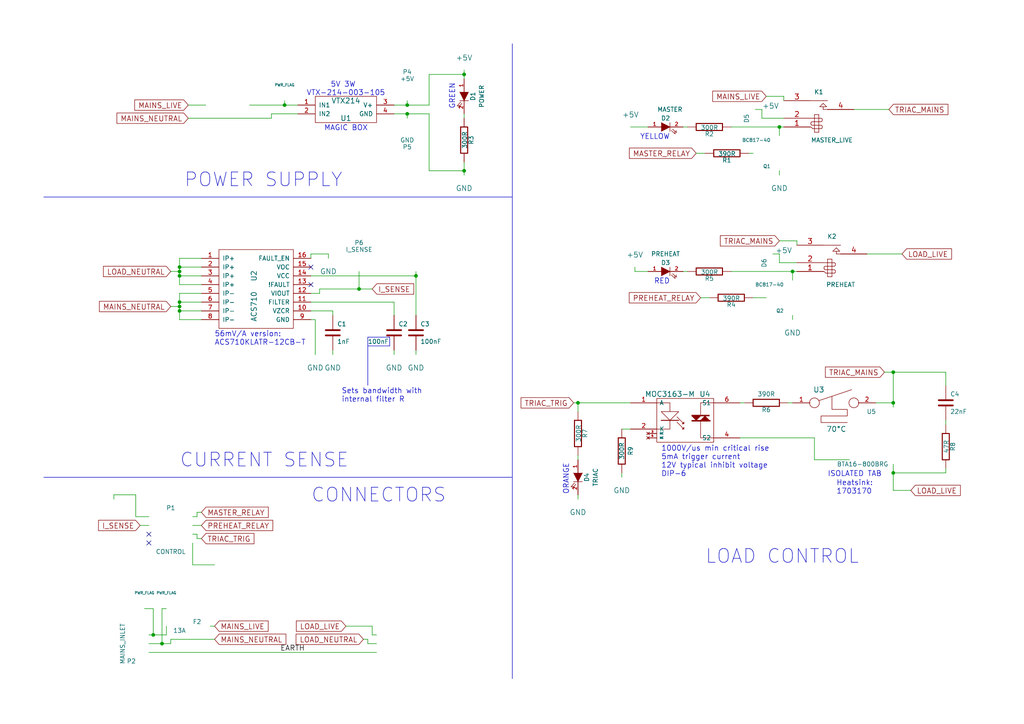
<source format=kicad_sch>
(kicad_sch (version 20230121) (generator eeschema)
  (paper "A4")
  (title_block (title "Supervide Power Board"))
  (lib_symbols
    (symbol "acs710:ACS710" (pin_names (offset 1.016))
      (property "Reference" "U" (at -1.27 5.08 90))
      (property "Value" "ACS710" (at -1.27 -3.81 90))
      (symbol "ACS710_0_1"
        (rectangle (start -10.16 11.43) (end 11.43 -11.43))
      )
      (symbol "ACS710_1_1"
        (pin passive line (at -15.24 8.89 0) (length 5.08) (name "IP+") (number "1"))
        (pin output line (at 16.51 -6.35 180) (length 5.08) (name "VZCR") (number "10"))
        (pin output line (at 16.51 -3.81 180) (length 5.08) (name "FILTER") (number "11"))
        (pin output line (at 16.51 -1.27 180) (length 5.08) (name "VIOUT") (number "12"))
        (pin output line (at 16.51 1.27 180) (length 5.08) (name "!FAULT") (number "13"))
        (pin power_in line (at 16.51 3.81 180) (length 5.08) (name "VCC") (number "14"))
        (pin input line (at 16.51 6.35 180) (length 5.08) (name "VOC") (number "15"))
        (pin input line (at 16.51 8.89 180) (length 5.08) (name "FAULT_EN") (number "16"))
        (pin passive line (at -15.24 6.35 0) (length 5.08) (name "IP+") (number "2"))
        (pin passive line (at -15.24 3.81 0) (length 5.08) (name "IP+") (number "3"))
        (pin passive line (at -15.24 1.27 0) (length 5.08) (name "IP+") (number "4"))
        (pin passive line (at -15.24 -1.27 0) (length 5.08) (name "IP-") (number "5"))
        (pin passive line (at -15.24 -3.81 0) (length 5.08) (name "IP-") (number "6"))
        (pin passive line (at -15.24 -6.35 0) (length 5.08) (name "IP-") (number "7"))
        (pin passive line (at -15.24 -8.89 0) (length 5.08) (name "IP-") (number "8"))
        (pin power_in line (at 16.51 -8.89 180) (length 5.08) (name "GND") (number "9"))
      )
    )
    (symbol "power-rescue:C-RESCUE-power" (pin_numbers hide) (pin_names (offset 0.254))
      (property "Reference" "C" (at 1.27 2.54 0))
      (property "Value" "C-RESCUE-power" (at 1.27 -2.54 0))
      (symbol "C-RESCUE-power_0_1"
        (polyline (pts (xy -2.032 -0.762) (xy 2.032 -0.762)) (stroke (width 0.508)))
        (polyline (pts (xy -2.032 0.762) (xy 2.032 0.762)) (stroke (width 0.508)))
      )
      (symbol "C-RESCUE-power_1_1"
        (pin passive line (at 0 5.08 270) (length 4.318) (name "~") (number "1"))
        (pin passive line (at 0 -5.08 90) (length 4.318) (name "~") (number "2"))
      )
    )
    (symbol "power-rescue:LED-RESCUE-power" (pin_names (offset 1.016) hide)
      (property "Reference" "D" (at 0 2.54 0))
      (property "Value" "LED-RESCUE-power" (at 0 -2.54 0))
      (symbol "LED-RESCUE-power_0_1"
        (polyline (pts (xy 1.27 1.27) (xy 1.27 -1.27)))
        (polyline (pts (xy -1.27 1.27) (xy 1.27 0) (xy -1.27 -1.27)) (fill (type outline)))
        (polyline (pts (xy 1.651 -1.016) (xy 2.794 -2.032) (xy 2.667 -1.397)))
        (polyline (pts (xy 2.032 -0.635) (xy 3.175 -1.651) (xy 3.048 -1.016)))
      )
      (symbol "LED-RESCUE-power_1_1"
        (pin passive line (at -5.08 0 0) (length 3.81) (name "A") (number "1"))
        (pin passive line (at 5.08 0 180) (length 3.81) (name "K") (number "2"))
      )
    )
    (symbol "power-rescue:OPTO-TRIAC-RESCUE-power" (pin_names (offset 0.762))
      (property "Reference" "U" (at 5.08 7.62 0))
      (property "Value" "OPTO-TRIAC-RESCUE-power" (at 2.54 -7.62 0))
      (symbol "OPTO-TRIAC-RESCUE-power_0_1"
        (rectangle (start -8.89 6.35) (end 7.62 -6.35))
        (polyline (pts (xy -7.62 0) (xy -2.54 0)) (stroke (width 0.254)))
        (polyline (pts (xy -8.89 -2.54) (xy -7.62 -2.54) (xy -7.62 -2.54)))
        (polyline (pts (xy -7.62 5.08) (xy -8.89 5.08) (xy -8.89 5.08)))
        (polyline (pts (xy -1.524 -1.016) (xy -1.016 -0.508) (xy -1.016 -0.508)))
        (polyline (pts (xy 6.35 5.08) (xy 7.62 5.08) (xy 7.62 5.08)))
        (polyline (pts (xy 7.62 -5.08) (xy 6.35 -5.08) (xy 6.35 -5.08)))
        (polyline (pts (xy -5.08 0) (xy -5.08 -2.54) (xy -7.62 -2.54) (xy -7.62 -2.54)))
        (polyline (pts (xy 3.81 -0.254) (xy 3.81 -5.08) (xy 6.35 -5.08) (xy 6.35 -5.08)))
        (polyline (pts (xy 3.81 1.524) (xy 3.81 5.08) (xy 6.35 5.08) (xy 6.35 5.08)))
        (polyline (pts (xy 1.27 1.27) (xy 2.54 0) (xy 3.81 1.27) (xy 1.27 1.27) (xy 1.27 1.27)) (fill (type outline)))
        (polyline (pts (xy 3.81 0) (xy 6.35 0) (xy 5.08 1.27) (xy 3.81 0) (xy 3.81 0)) (fill (type outline)))
        (polyline (pts (xy -3.048 1.016) (xy -1.016 -1.016) (xy -1.016 -0.508) (xy -1.016 -1.016) (xy -1.524 -1.016) (xy -1.524 -1.016)))
        (polyline (pts (xy -3.048 -0.508) (xy -1.016 -2.54) (xy -1.016 -2.032) (xy -1.016 -2.54) (xy -1.524 -2.54) (xy -1.016 -2.032) (xy -1.016 -2.032)))
        (polyline (pts (xy -7.62 5.08) (xy -5.08 5.08) (xy -5.08 2.54) (xy -7.62 2.54) (xy -5.08 0) (xy -2.54 2.54) (xy -5.08 2.54) (xy -5.08 2.54)))
        (rectangle (start 1.27 0) (end 6.604 -0.254) (fill (type outline)))
        (rectangle (start 6.35 1.27) (end 1.27 1.524) (fill (type outline)))
      )
      (symbol "OPTO-TRIAC-RESCUE-power_1_1"
        (pin input line (at -16.51 5.08 0) (length 7.62) (name "A") (number "1"))
        (pin input line (at -16.51 -2.54 0) (length 7.62) (name "K") (number "2"))
        (pin no_connect line (at -11.43 -3.81 0) (length 2.54) (name "NC") (number "3"))
        (pin output line (at 15.24 -5.08 180) (length 7.62) (name "S2") (number "4"))
        (pin no_connect line (at -11.43 -5.08 0) (length 2.54) (name "NC") (number "5"))
        (pin input line (at 15.24 5.08 180) (length 7.62) (name "S1") (number "6"))
      )
    )
    (symbol "power-rescue:R-RESCUE-power" (pin_numbers hide) (pin_names (offset 0))
      (property "Reference" "R" (at 2.032 0 90))
      (property "Value" "R-RESCUE-power" (at 0.1778 0.0254 90))
      (symbol "R-RESCUE-power_0_1"
        (rectangle (start -1.016 3.81) (end 1.016 -3.81) (stroke (width 0.3048)))
      )
      (symbol "R-RESCUE-power_1_1"
        (pin passive line (at 0 6.35 270) (length 2.54) (name "~") (number "1"))
        (pin passive line (at 0 -6.35 90) (length 2.54) (name "~") (number "2"))
      )
    )
    (symbol "relay_spst:RELAY_SPST" (pin_names (offset 1.016) hide)
      (property "Reference" "K" (at 0 7.62 0))
      (property "Value" "RELAY_SPST" (at 3.81 -6.35 0))
      (symbol "RELAY_SPST_0_1"
        (polyline (pts (xy -2.54 -2.54) (xy -2.286 -2.54)))
        (polyline (pts (xy -2.54 0) (xy -1.27 0)))
        (polyline (pts (xy -2.54 5.08) (xy 1.27 5.08)))
        (polyline (pts (xy -2.286 -2.54) (xy -1.778 -3.0226)))
        (polyline (pts (xy -2.286 -1.7526) (xy -2.286 -1.27)))
        (polyline (pts (xy -2.032 -2.032) (xy -2.286 -1.7526)))
        (polyline (pts (xy -2.032 -1.016) (xy -2.286 -1.27)))
        (polyline (pts (xy -1.778 -3.0226) (xy -1.27 -3.0226)))
        (polyline (pts (xy -1.27 -4.064) (xy -1.27 1.0414)))
        (polyline (pts (xy -1.27 -2.032) (xy -2.032 -2.032)))
        (polyline (pts (xy -1.27 -2.032) (xy 0 -2.032)))
        (polyline (pts (xy -1.27 -1.016) (xy -2.032 -1.016)))
        (polyline (pts (xy -1.27 0) (xy 0 0)))
        (polyline (pts (xy -1.27 1.0414) (xy 0 1.0414)))
        (polyline (pts (xy 0 -4.064) (xy -1.27 -4.064)))
        (polyline (pts (xy 0 -3.0226) (xy -1.27 -3.0226)))
        (polyline (pts (xy 0 -3.0226) (xy 0.7366 -3.0226)))
        (polyline (pts (xy 0 -2.032) (xy 0.7366 -2.032)))
        (polyline (pts (xy 0 -1.016) (xy -1.27 -1.016)))
        (polyline (pts (xy 0 -1.016) (xy 0.7366 -1.016)))
        (polyline (pts (xy 0 0) (xy 0.7366 0)))
        (polyline (pts (xy 0 1.0414) (xy 0 -4.064)))
        (polyline (pts (xy 0.254 3.3274) (xy 2.2606 3.3274)))
        (polyline (pts (xy 0.7366 -3.0226) (xy 0.9906 -2.794)))
        (polyline (pts (xy 0.7366 -2.032) (xy 0.9906 -2.286)))
        (polyline (pts (xy 0.7366 -1.016) (xy 0.9906 -0.762)))
        (polyline (pts (xy 0.7366 0) (xy 0.9906 -0.2286)))
        (polyline (pts (xy 0.9906 -2.794) (xy 0.9906 -2.286)))
        (polyline (pts (xy 0.9906 -0.2286) (xy 0.9906 -0.762)))
        (polyline (pts (xy 1.27 2.54) (xy 1.27 3.048)))
        (polyline (pts (xy 1.27 3.048) (xy 1.27 3.3274)))
        (polyline (pts (xy 1.27 4.318) (xy 0.254 3.3274)))
        (polyline (pts (xy 1.27 5.08) (xy 2.54 5.08)))
        (polyline (pts (xy 2.2606 3.3274) (xy 1.27 4.318)))
        (polyline (pts (xy 2.54 2.54) (xy 1.27 2.54)))
      )
      (symbol "RELAY_SPST_1_1"
        (pin input line (at -10.16 -2.54 0) (length 7.62) (name "1") (number "1"))
        (pin input line (at -10.16 0 0) (length 7.62) (name "2") (number "2"))
        (pin passive line (at -10.16 5.08 0) (length 7.62) (name "C1") (number "3"))
        (pin passive line (at 10.16 2.54 180) (length 7.62) (name "T1") (number "4"))
      )
    )
    (symbol "thermal_switch:thermal_switch" (pin_names (offset 1.016))
      (property "Reference" "U" (at -0.635 8.255 0))
      (property "Value" "thermal_switch" (at 1.27 5.715 0))
      (symbol "thermal_switch_0_1"
        (circle (center -5.08 0) (radius 1.4224))
        (polyline (pts (xy -3.81 0.635) (xy 5.715 3.81)))
        (polyline (pts (xy 0 1.905) (xy 0 -1.905) (xy 4.445 -1.905) (xy 4.445 -3.81) (xy -3.175 -3.81) (xy -3.175 -5.715) (xy 4.445 -5.715)))
        (circle (center 6.35 0) (radius 1.4224))
      )
      (symbol "thermal_switch_1_1"
        (pin passive line (at -11.43 0 0) (length 5.08) (name "~") (number "1"))
        (pin passive line (at 12.7 0 180) (length 5.08) (name "~") (number "2"))
      )
    )
    (symbol "vtx214:VTX214" (pin_names (offset 1.016))
      (property "Reference" "U" (at 0 -2.54 0))
      (property "Value" "VTX214" (at 0 2.54 0))
      (symbol "VTX214_0_1"
        (rectangle (start -8.89 3.81) (end 8.89 -3.81))
      )
      (symbol "VTX214_1_1"
        (pin input line (at -13.97 1.27 0) (length 5.08) (name "IN1") (number "1"))
        (pin input line (at -13.97 -1.27 0) (length 5.08) (name "IN2") (number "2"))
        (pin power_out line (at 13.97 1.27 180) (length 5.08) (name "V+") (number "3"))
        (pin power_out line (at 13.97 -1.27 180) (length 5.08) (name "GND") (number "4"))
      )
    )
  )
  (junction (at 44.45 184.15))
  (junction (at 226.06 36.83))
  (junction (at 229.87 78.74))
  (junction (at 52.07 78.74))
  (junction (at 52.07 90.17))
  (junction (at 259.08 116.84))
  (junction (at 118.11 30.48))
  (junction (at 82.55 30.48))
  (junction (at 259.08 107.95))
  (junction (at 118.11 33.02))
  (junction (at 52.07 80.01))
  (junction (at 134.62 21.59))
  (junction (at 46.99 186.69))
  (junction (at 52.07 87.63))
  (junction (at 120.65 80.01))
  (junction (at 52.07 88.9))
  (junction (at 259.08 137.16))
  (junction (at 104.14 83.82))
  (junction (at 134.62 49.53))
  (junction (at 167.64 116.84))
  (junction (at 52.07 77.47))
  (no_connect (at 43.18 157.48))
  (no_connect (at 90.17 82.55))
  (no_connect (at 43.18 154.94))
  (no_connect (at 90.17 77.47))
  (wire (pts (xy 82.55 30.48) (xy 86.36 30.48)))
  (wire (pts (xy 124.46 30.48) (xy 124.46 21.59)))
  (wire (pts (xy 52.07 85.09) (xy 52.07 87.63)))
  (wire (pts (xy 96.52 101.6) (xy 96.52 102.87)))
  (wire (pts (xy 40.64 152.4) (xy 43.18 152.4)))
  (wire (pts (xy 43.18 184.15) (xy 44.45 184.15)))
  (wire (pts (xy 52.07 88.9) (xy 52.07 90.17)))
  (wire (pts (xy 120.65 78.74) (xy 120.65 80.01)))
  (wire (pts (xy 229.87 116.84) (xy 228.6 116.84)))
  (wire (pts (xy 57.15 149.86) (xy 57.15 148.59)))
  (wire (pts (xy 226.06 36.83) (xy 227.33 36.83)))
  (wire (pts (xy 52.07 80.01) (xy 58.42 80.01)))
  (wire (pts (xy 58.42 90.17) (xy 52.07 90.17)))
  (wire (pts (xy 226.06 76.2) (xy 231.14 76.2)))
  (wire (pts (xy 78.74 34.29) (xy 78.74 33.02)))
  (polyline (pts (xy 106.68 97.79) (xy 113.03 97.79)))
  (wire (pts (xy 52.07 87.63) (xy 58.42 87.63)))
  (wire (pts (xy 52.07 77.47) (xy 58.42 77.47)))
  (wire (pts (xy 104.14 78.74) (xy 104.14 83.82)))
  (wire (pts (xy 90.17 85.09) (xy 92.71 85.09)))
  (wire (pts (xy 167.64 116.84) (xy 167.64 119.38)))
  (wire (pts (xy 55.88 149.86) (xy 57.15 149.86)))
  (wire (pts (xy 90.17 90.17) (xy 96.52 90.17)))
  (wire (pts (xy 52.07 78.74) (xy 52.07 80.01)))
  (wire (pts (xy 96.52 90.17) (xy 96.52 91.44)))
  (wire (pts (xy 104.14 83.82) (xy 107.95 83.82)))
  (wire (pts (xy 120.65 101.6) (xy 120.65 102.87)))
  (wire (pts (xy 118.11 29.21) (xy 118.11 30.48)))
  (wire (pts (xy 167.64 116.84) (xy 182.88 116.84)))
  (wire (pts (xy 259.08 134.62) (xy 259.08 137.16)))
  (wire (pts (xy 259.08 107.95) (xy 259.08 116.84)))
  (wire (pts (xy 48.26 184.15) (xy 48.26 181.61)))
  (wire (pts (xy 78.74 33.02) (xy 86.36 33.02)))
  (wire (pts (xy 124.46 49.53) (xy 134.62 49.53)))
  (wire (pts (xy 106.68 185.42) (xy 106.68 186.69)))
  (wire (pts (xy 114.3 30.48) (xy 118.11 30.48)))
  (wire (pts (xy 254 116.84) (xy 259.08 116.84)))
  (wire (pts (xy 214.63 127) (xy 236.22 127)))
  (wire (pts (xy 54.61 34.29) (xy 78.74 34.29)))
  (wire (pts (xy 274.32 107.95) (xy 274.32 111.76)))
  (wire (pts (xy 44.45 176.53) (xy 44.45 184.15)))
  (wire (pts (xy 182.88 124.46) (xy 180.34 124.46)))
  (wire (pts (xy 82.55 30.48) (xy 82.55 29.21)))
  (wire (pts (xy 220.98 31.75) (xy 220.98 34.29)))
  (wire (pts (xy 52.07 85.09) (xy 58.42 85.09)))
  (wire (pts (xy 251.46 73.66) (xy 261.62 73.66)))
  (wire (pts (xy 52.07 88.9) (xy 49.53 88.9)))
  (wire (pts (xy 229.87 91.44) (xy 229.87 92.71)))
  (wire (pts (xy 227.33 27.94) (xy 227.33 29.21)))
  (wire (pts (xy 167.64 132.08) (xy 167.64 133.35)))
  (wire (pts (xy 226.06 69.85) (xy 231.14 69.85)))
  (wire (pts (xy 54.61 30.48) (xy 59.69 30.48)))
  (wire (pts (xy 52.07 80.01) (xy 52.07 82.55)))
  (wire (pts (xy 90.17 74.93) (xy 90.17 73.66)))
  (polyline (pts (xy 148.59 138.43) (xy 12.7 138.43)))
  (wire (pts (xy 236.22 127) (xy 236.22 133.35)))
  (wire (pts (xy 274.32 137.16) (xy 274.32 135.89)))
  (wire (pts (xy 134.62 49.53) (xy 134.62 50.8)))
  (polyline (pts (xy 113.03 100.33) (xy 106.68 100.33)))
  (wire (pts (xy 259.08 142.24) (xy 264.16 142.24)))
  (wire (pts (xy 229.87 78.74) (xy 229.87 81.28)))
  (wire (pts (xy 236.22 133.35) (xy 246.38 133.35)))
  (wire (pts (xy 57.15 148.59) (xy 58.42 148.59)))
  (wire (pts (xy 219.075 31.75) (xy 220.98 31.75)))
  (wire (pts (xy 118.11 33.02) (xy 124.46 33.02)))
  (wire (pts (xy 259.08 107.95) (xy 274.32 107.95)))
  (wire (pts (xy 180.34 137.16) (xy 180.34 138.43)))
  (wire (pts (xy 198.12 36.83) (xy 199.39 36.83)))
  (wire (pts (xy 184.15 77.47) (xy 184.15 78.74)))
  (wire (pts (xy 218.44 86.36) (xy 222.25 86.36)))
  (wire (pts (xy 226.06 73.66) (xy 226.06 76.2)))
  (wire (pts (xy 203.2 86.36) (xy 205.74 86.36)))
  (wire (pts (xy 259.08 137.16) (xy 259.08 142.24)))
  (wire (pts (xy 226.06 36.83) (xy 226.06 39.37)))
  (wire (pts (xy 92.71 83.82) (xy 104.14 83.82)))
  (wire (pts (xy 222.25 27.94) (xy 227.33 27.94)))
  (wire (pts (xy 247.65 31.75) (xy 257.81 31.75)))
  (wire (pts (xy 134.62 20.32) (xy 134.62 21.59)))
  (polyline (pts (xy 106.68 97.79) (xy 106.68 111.76)))
  (wire (pts (xy 90.17 87.63) (xy 114.3 87.63)))
  (wire (pts (xy 52.07 74.93) (xy 52.07 77.47)))
  (wire (pts (xy 217.17 44.45) (xy 218.44 44.45)))
  (wire (pts (xy 52.07 77.47) (xy 52.07 78.74)))
  (wire (pts (xy 100.33 181.61) (xy 107.95 181.61)))
  (wire (pts (xy 118.11 34.29) (xy 118.11 33.02)))
  (wire (pts (xy 43.18 189.23) (xy 109.22 189.23)))
  (wire (pts (xy 33.02 143.51) (xy 33.02 144.78)))
  (wire (pts (xy 46.99 176.53) (xy 46.99 186.69)))
  (wire (pts (xy 231.14 69.85) (xy 231.14 71.12)))
  (wire (pts (xy 55.88 154.94) (xy 57.15 154.94)))
  (wire (pts (xy 198.12 78.74) (xy 199.39 78.74)))
  (wire (pts (xy 39.37 143.51) (xy 39.37 149.86)))
  (wire (pts (xy 107.95 181.61) (xy 107.95 184.15)))
  (wire (pts (xy 105.41 185.42) (xy 106.68 185.42)))
  (wire (pts (xy 220.98 34.29) (xy 227.33 34.29)))
  (wire (pts (xy 259.08 137.16) (xy 274.32 137.16)))
  (wire (pts (xy 259.08 116.84) (xy 259.08 118.11)))
  (wire (pts (xy 134.62 46.99) (xy 134.62 49.53)))
  (wire (pts (xy 182.88 36.83) (xy 187.96 36.83)))
  (wire (pts (xy 43.18 186.69) (xy 46.99 186.69)))
  (wire (pts (xy 167.64 143.51) (xy 167.64 144.78)))
  (wire (pts (xy 72.39 30.48) (xy 82.55 30.48)))
  (wire (pts (xy 134.62 21.59) (xy 134.62 22.86)))
  (wire (pts (xy 120.65 80.01) (xy 90.17 80.01)))
  (wire (pts (xy 118.11 30.48) (xy 124.46 30.48)))
  (wire (pts (xy 49.53 186.69) (xy 49.53 185.42)))
  (wire (pts (xy 60.96 181.61) (xy 62.23 181.61)))
  (wire (pts (xy 106.68 186.69) (xy 109.22 186.69)))
  (wire (pts (xy 229.87 78.74) (xy 231.14 78.74)))
  (wire (pts (xy 41.91 176.53) (xy 44.45 176.53)))
  (wire (pts (xy 52.07 74.93) (xy 58.42 74.93)))
  (wire (pts (xy 212.09 78.74) (xy 229.87 78.74)))
  (wire (pts (xy 124.46 33.02) (xy 124.46 49.53)))
  (wire (pts (xy 212.09 36.83) (xy 226.06 36.83)))
  (wire (pts (xy 91.44 92.71) (xy 91.44 102.87)))
  (wire (pts (xy 90.17 73.66) (xy 95.25 73.66)))
  (wire (pts (xy 52.07 92.71) (xy 58.42 92.71)))
  (wire (pts (xy 226.06 50.8) (xy 226.06 49.53)))
  (wire (pts (xy 256.54 107.95) (xy 259.08 107.95)))
  (polyline (pts (xy 148.59 196.85) (xy 148.59 12.7)))
  (wire (pts (xy 48.26 176.53) (xy 46.99 176.53)))
  (wire (pts (xy 114.3 87.63) (xy 114.3 91.44)))
  (wire (pts (xy 114.3 33.02) (xy 118.11 33.02)))
  (wire (pts (xy 52.07 78.74) (xy 49.53 78.74)))
  (polyline (pts (xy 113.03 97.79) (xy 113.03 100.33)))
  (wire (pts (xy 57.15 156.21) (xy 58.42 156.21)))
  (wire (pts (xy 39.37 143.51) (xy 33.02 143.51)))
  (wire (pts (xy 166.37 116.84) (xy 167.64 116.84)))
  (wire (pts (xy 95.25 73.66) (xy 95.25 74.93)))
  (wire (pts (xy 134.62 33.02) (xy 134.62 34.29)))
  (wire (pts (xy 46.99 186.69) (xy 49.53 186.69)))
  (wire (pts (xy 184.15 78.74) (xy 187.96 78.74)))
  (wire (pts (xy 107.95 184.15) (xy 109.22 184.15)))
  (wire (pts (xy 92.71 85.09) (xy 92.71 83.82)))
  (wire (pts (xy 52.07 87.63) (xy 52.07 88.9)))
  (wire (pts (xy 120.65 80.01) (xy 120.65 91.44)))
  (wire (pts (xy 52.07 90.17) (xy 52.07 92.71)))
  (wire (pts (xy 114.3 102.87) (xy 114.3 101.6)))
  (polyline (pts (xy 148.59 57.15) (xy 12.7 57.15)))
  (wire (pts (xy 55.88 163.83) (xy 62.23 163.83)))
  (wire (pts (xy 55.88 157.48) (xy 55.88 163.83)))
  (wire (pts (xy 52.07 82.55) (xy 58.42 82.55)))
  (wire (pts (xy 201.93 44.45) (xy 204.47 44.45)))
  (wire (pts (xy 55.88 152.4) (xy 58.42 152.4)))
  (wire (pts (xy 49.53 185.42) (xy 62.23 185.42)))
  (wire (pts (xy 90.17 92.71) (xy 91.44 92.71)))
  (wire (pts (xy 224.155 73.66) (xy 226.06 73.66)))
  (wire (pts (xy 214.63 116.84) (xy 215.9 116.84)))
  (wire (pts (xy 124.46 21.59) (xy 134.62 21.59)))
  (wire (pts (xy 57.15 154.94) (xy 57.15 156.21)))
  (wire (pts (xy 44.45 184.15) (xy 48.26 184.15)))
  (wire (pts (xy 274.32 121.92) (xy 274.32 123.19)))
  (wire (pts (xy 39.37 149.86) (xy 43.18 149.86)))
  (text "CONNECTORS" (at 90.17 146.05 0) (effects (font (size 3.9878 3.9878)) (justify left bottom)))
  (text "ISOLATED TAB" (at 240.03 138.43 0) (effects (font (size 1.524 1.524)) (justify left bottom)))
  (text "MAGIC BOX" (at 93.98 38.1 0) (effects (font (size 1.524 1.524)) (justify left bottom)))
  (text "CURRENT SENSE" (at 52.07 135.89 0) (effects (font (size 3.9878 3.9878)) (justify left bottom)))
  (text "RED" (at 194.31 82.55 0) (effects (font (size 1.524 1.524)) (justify right bottom)))
  (text "LOAD CONTROL" (at 204.47 163.83 0) (effects (font (size 3.9878 3.9878)) (justify left bottom)))
  (text "POWER SUPPLY" (at 53.34 54.61 0) (effects (font (size 3.9878 3.9878)) (justify left bottom)))
  (text "YELLOW" (at 194.31 40.64 0) (effects (font (size 1.524 1.524)) (justify right bottom)))
  (text "ORANGE" (at 165.1 143.51 90) (effects (font (size 1.524 1.524)) (justify left bottom)))
  (text "Sets bandwidth with\ninternal filter R" (at 99.06 116.84 0) (effects (font (size 1.524 1.524)) (justify left bottom)))
  (text "Heatsink:\n1703170" (at 242.57 143.51 0) (effects (font (size 1.524 1.524)) (justify left bottom)))
  (text "      5V 3W\nVTX-214-003-105" (at 88.9 27.94 0) (effects (font (size 1.524 1.524)) (justify left bottom)))
  (text "1000V/us min critical rise\n5mA trigger current\n12V typical inhibit voltage\nDIP-6" (at 191.77 138.43 0) (effects (font (size 1.524 1.524)) (justify left bottom)))
  (text "56mV/A version:\nACS710KLATR-12CB-T" (at 62.23 100.33 0) (effects (font (size 1.524 1.524)) (justify left bottom)))
  (text "GREEN" (at 132.08 31.75 90) (effects (font (size 1.524 1.524)) (justify left bottom)))
  (label "EARTH" (at 81.28 189.23 0) (effects (font (size 1.524 1.524))))
  (global_label "MAINS_NEUTRAL" (shape input) (at 49.53 88.9 180) (effects (font (size 1.524 1.524))) (property "Intersheetrefs" "${INTERSHEET_REFS}" (effects hide)))
  (global_label "MASTER_RELAY" (shape input) (at 201.93 44.45 180) (effects (font (size 1.524 1.524))) (property "Intersheetrefs" "${INTERSHEET_REFS}" (effects hide)))
  (global_label "LOAD_LIVE" (shape input) (at 264.16 142.24 0) (effects (font (size 1.524 1.524))) (property "Intersheetrefs" "${INTERSHEET_REFS}" (effects hide)))
  (global_label "LOAD_LIVE" (shape input) (at 100.33 181.61 180) (effects (font (size 1.524 1.524))) (property "Intersheetrefs" "${INTERSHEET_REFS}" (effects hide)))
  (global_label "TRIAC_TRIG" (shape input) (at 166.37 116.84 180) (effects (font (size 1.524 1.524))) (property "Intersheetrefs" "${INTERSHEET_REFS}" (effects hide)))
  (global_label "LOAD_LIVE" (shape input) (at 261.62 73.66 0) (effects (font (size 1.524 1.524))) (property "Intersheetrefs" "${INTERSHEET_REFS}" (effects hide)))
  (global_label "MASTER_RELAY" (shape input) (at 58.42 148.59 0) (effects (font (size 1.524 1.524))) (property "Intersheetrefs" "${INTERSHEET_REFS}" (effects hide)))
  (global_label "TRIAC_MAINS" (shape input) (at 256.54 107.95 180) (effects (font (size 1.524 1.524))) (property "Intersheetrefs" "${INTERSHEET_REFS}" (effects hide)))
  (global_label "I_SENSE" (shape input) (at 107.95 83.82 0) (effects (font (size 1.524 1.524))) (property "Intersheetrefs" "${INTERSHEET_REFS}" (effects hide)))
  (global_label "LOAD_NEUTRAL" (shape input) (at 49.53 78.74 180) (effects (font (size 1.524 1.524))) (property "Intersheetrefs" "${INTERSHEET_REFS}" (effects hide)))
  (global_label "PREHEAT_RELAY" (shape input) (at 203.2 86.36 180) (effects (font (size 1.524 1.524))) (property "Intersheetrefs" "${INTERSHEET_REFS}" (effects hide)))
  (global_label "MAINS_LIVE" (shape input) (at 222.25 27.94 180) (effects (font (size 1.524 1.524))) (property "Intersheetrefs" "${INTERSHEET_REFS}" (effects hide)))
  (global_label "MAINS_NEUTRAL" (shape input) (at 62.23 185.42 0) (effects (font (size 1.524 1.524))) (property "Intersheetrefs" "${INTERSHEET_REFS}" (effects hide)))
  (global_label "I_SENSE" (shape input) (at 40.64 152.4 180) (effects (font (size 1.524 1.524))) (property "Intersheetrefs" "${INTERSHEET_REFS}" (effects hide)))
  (global_label "PREHEAT_RELAY" (shape input) (at 58.42 152.4 0) (effects (font (size 1.524 1.524))) (property "Intersheetrefs" "${INTERSHEET_REFS}" (effects hide)))
  (global_label "TRIAC_MAINS" (shape input) (at 226.06 69.85 180) (effects (font (size 1.524 1.524))) (property "Intersheetrefs" "${INTERSHEET_REFS}" (effects hide)))
  (global_label "MAINS_LIVE" (shape input) (at 54.61 30.48 180) (effects (font (size 1.524 1.524))) (property "Intersheetrefs" "${INTERSHEET_REFS}" (effects hide)))
  (global_label "MAINS_NEUTRAL" (shape input) (at 54.61 34.29 180) (effects (font (size 1.524 1.524))) (property "Intersheetrefs" "${INTERSHEET_REFS}" (effects hide)))
  (global_label "MAINS_LIVE" (shape input) (at 62.23 181.61 0) (effects (font (size 1.524 1.524))) (property "Intersheetrefs" "${INTERSHEET_REFS}" (effects hide)))
  (global_label "TRIAC_MAINS" (shape input) (at 257.81 31.75 0) (effects (font (size 1.524 1.524))) (property "Intersheetrefs" "${INTERSHEET_REFS}" (effects hide)))
  (global_label "TRIAC_TRIG" (shape input) (at 58.42 156.21 0) (effects (font (size 1.524 1.524))) (property "Intersheetrefs" "${INTERSHEET_REFS}" (effects hide)))
  (global_label "LOAD_NEUTRAL" (shape input) (at 105.41 185.42 180) (effects (font (size 1.524 1.524))) (property "Intersheetrefs" "${INTERSHEET_REFS}" (effects hide)))
  (symbol (lib_id "TRIAC") (at 259.08 128.27 0) (unit 1)
    (property "Reference" "U5" (at 252.73 119.38 0))
    (property "Value" "BTA16-800BRG" (at 250.19 134.62 0))
    (property "Footprint" "Transistors_TO-220:TO-220_Neutral123_Vertical_LargePads" (effects hide))
    (property "Farnell" "1057281" (effects hide))
  )
  (symbol (lib_id "power-rescue:OPTO-TRIAC-RESCUE-power") (at 199.39 121.92 0) (unit 1)
    (property "Reference" "U4" (at 204.47 114.3 0) (effects (font (size 1.524 1.524))))
    (property "Value" "MOC3163-M" (at 194.31 114.3 0) (effects (font (size 1.524 1.524))))
    (property "Footprint" "Sockets_DIP:DIP-6__300_ELL" (effects hide))
    (property "Farnell" "1467853" (effects hide))
  )
  (symbol (lib_id "power-rescue:R-RESCUE-power") (at 222.25 116.84 270) (unit 1)
    (property "Reference" "R6" (at 222.25 118.872 90))
    (property "Value" "390R" (at 222.25 114.3 90))
    (property "Footprint" "Resistors_SMD:R_0805" (effects hide))
    (property "Farnell" "2331790" (effects hide))
  )
  (symbol (lib_id "power-rescue:R-RESCUE-power") (at 274.32 129.54 0) (unit 1)
    (property "Reference" "R8" (at 276.352 129.54 90))
    (property "Value" "47R" (at 274.4978 129.5146 90))
    (property "Footprint" "Capacitors_SMD:C_1206" (effects hide))
    (property "Farnell" "1887414" (effects hide))
  )
  (symbol (lib_id "power-rescue:C-RESCUE-power") (at 274.32 116.84 0) (unit 1)
    (property "Reference" "C4" (at 275.59 114.3 0) (effects (justify left)))
    (property "Value" "22nF" (at 275.59 119.38 0) (effects (justify left)))
    (property "Footprint" "Capacitors_SMD:C_1210" (effects hide))
    (property "Farnell" "2057310" (effects hide))
  )
  (symbol (lib_id "power-rescue:R-RESCUE-power") (at 180.34 130.81 0) (unit 1)
    (property "Reference" "R9" (at 182.88 130.81 90))
    (property "Value" "300R" (at 180.34 130.81 90))
    (property "Footprint" "Capacitors_SMD:C_0805" (effects hide))
    (property "Farnell" "2138881" (effects hide))
  )
  (symbol (lib_id "GND") (at 180.34 138.43 0) (unit 1)
    (property "Reference" "#PWR15" (effects hide))
    (property "Value" "GND" (at 180.34 142.24 0) (effects (font (size 1.524 1.524))))
  )
  (symbol (lib_id "+5V") (at 62.23 163.83 0) (unit 1)
    (property "Reference" "#PWR18" (effects hide))
    (property "Value" "+5V" (at 62.23 160.274 0) (effects (font (size 1.524 1.524))))
  )
  (symbol (lib_id "GND") (at 33.02 144.78 0) (unit 1)
    (property "Reference" "#PWR16" (effects hide))
    (property "Value" "GND" (at 33.02 148.59 0) (effects (font (size 1.524 1.524))))
  )
  (symbol (lib_id "+5V") (at 120.65 78.74 0) (unit 1)
    (property "Reference" "#PWR9" (effects hide))
    (property "Value" "+5V" (at 120.65 75.184 0) (effects (font (size 1.524 1.524))))
  )
  (symbol (lib_id "power-rescue:C-RESCUE-power") (at 120.65 96.52 0) (unit 1)
    (property "Reference" "C3" (at 121.92 93.98 0) (effects (justify left)))
    (property "Value" "100nF" (at 121.92 99.06 0) (effects (justify left)))
    (property "Footprint" "Capacitors_SMD:C_0805" (effects hide))
    (property "Farnell" "1759166" (effects hide))
  )
  (symbol (lib_id "GND") (at 120.65 102.87 0) (unit 1)
    (property "Reference" "#PWR14" (effects hide))
    (property "Value" "GND" (at 120.65 106.68 0) (effects (font (size 1.524 1.524))))
  )
  (symbol (lib_id "GND") (at 95.25 74.93 0) (unit 1)
    (property "Reference" "#PWR6" (effects hide))
    (property "Value" "GND" (at 95.25 78.74 0) (effects (font (size 1.524 1.524))))
  )
  (symbol (lib_id "power-rescue:C-RESCUE-power") (at 114.3 96.52 0) (unit 1)
    (property "Reference" "C2" (at 115.57 93.98 0) (effects (justify left)))
    (property "Value" "100nF" (at 106.68 99.06 0) (effects (justify left)))
    (property "Footprint" "Capacitors_SMD:C_0805" (effects hide))
    (property "Farnell" "1759166" (effects hide))
  )
  (symbol (lib_id "GND") (at 114.3 102.87 0) (unit 1)
    (property "Reference" "#PWR13" (effects hide))
    (property "Value" "GND" (at 114.3 106.68 0) (effects (font (size 1.524 1.524))))
  )
  (symbol (lib_id "power-rescue:C-RESCUE-power") (at 96.52 96.52 0) (unit 1)
    (property "Reference" "C1" (at 97.79 93.98 0) (effects (justify left)))
    (property "Value" "1nF" (at 97.79 99.06 0) (effects (justify left)))
    (property "Footprint" "Capacitors_SMD:C_0805" (effects hide))
    (property "Farnell" "1759226" (effects hide))
  )
  (symbol (lib_id "GND") (at 96.52 102.87 0) (unit 1)
    (property "Reference" "#PWR12" (effects hide))
    (property "Value" "GND" (at 96.52 106.68 0) (effects (font (size 1.524 1.524))))
  )
  (symbol (lib_id "GND") (at 91.44 102.87 0) (unit 1)
    (property "Reference" "#PWR11" (effects hide))
    (property "Value" "GND" (at 91.44 106.68 0) (effects (font (size 1.524 1.524))))
  )
  (symbol (lib_id "acs710:ACS710") (at 73.66 83.82 0) (unit 1)
    (property "Reference" "U2" (at 73.66 80.01 90) (effects (font (size 1.524 1.524))))
    (property "Value" "ACS710" (at 73.66 88.9 90) (effects (font (size 1.524 1.524))))
    (property "Footprint" "power:SOIC16W-chunky" (effects hide))
    (property "Farnell" "1791411" (effects hide))
  )
  (symbol (lib_id "relay_spst:RELAY_SPST") (at 241.3 76.2 0) (unit 1)
    (property "Reference" "K2" (at 241.3 68.58 0))
    (property "Value" "PREHEAT" (at 243.84 82.55 0))
    (property "Footprint" "power:RZ03-1A4" (effects hide))
    (property "Farnell" "2325624" (effects hide))
  )
  (symbol (lib_id "+5V") (at 223.52 34.29 0) (unit 1)
    (property "Reference" "#PWR2" (effects hide))
    (property "Value" "+5V" (at 223.52 30.734 0) (effects (font (size 1.524 1.524))))
  )
  (symbol (lib_id "power-rescue:R-RESCUE-power") (at 210.82 44.45 270) (unit 1)
    (property "Reference" "R1" (at 210.82 46.482 90))
    (property "Value" "390R" (at 210.8454 44.6278 90))
    (property "Footprint" "Resistors_SMD:R_0805" (effects hide))
    (property "Farnell" "2331790" (effects hide))
  )
  (symbol (lib_id "GND") (at 226.06 50.8 0) (unit 1)
    (property "Reference" "#PWR5" (effects hide))
    (property "Value" "GND" (at 226.06 54.61 0) (effects (font (size 1.524 1.524))))
  )
  (symbol (lib_id "BC817-40") (at 223.52 44.45 0) (unit 1)
    (property "Reference" "Q1" (at 223.52 48.2346 0) (effects (font (size 1.016 1.016)) (justify right)))
    (property "Value" "BC817-40" (at 223.52 40.64 0) (effects (font (size 1.016 1.016)) (justify right)))
    (property "Footprint" "power:SOT23" (effects hide))
    (property "Farnell" "1081223" (effects hide))
  )
  (symbol (lib_id "relay_spst:RELAY_SPST") (at 237.49 34.29 0) (unit 1)
    (property "Reference" "K1" (at 237.49 26.67 0))
    (property "Value" "MASTER_LIVE" (at 241.3 40.64 0))
    (property "Footprint" "power:RZ03-1A4" (effects hide))
    (property "Farnell" "2325624" (effects hide))
  )
  (symbol (lib_id "PWR_FLAG") (at 41.91 176.53 0) (unit 1)
    (property "Reference" "#FLG2" (effects hide))
    (property "Value" "PWR_FLAG" (at 41.91 171.958 0) (effects (font (size 0.762 0.762))))
  )
  (symbol (lib_id "PWR_FLAG") (at 48.26 176.53 0) (unit 1)
    (property "Reference" "#FLG3" (effects hide))
    (property "Value" "PWR_FLAG" (at 48.26 171.958 0) (effects (font (size 0.762 0.762))))
  )
  (symbol (lib_id "CONN_02X04") (at 49.53 153.67 0) (unit 1)
    (property "Reference" "P1" (at 49.53 147.32 0))
    (property "Value" "CONTROL" (at 49.53 160.02 0))
    (property "Footprint" "control:2x4_100" (effects hide))
    (property "Farnell" "2215303" (effects hide))
  )
  (symbol (lib_id "+5V") (at 184.15 77.47 0) (unit 1)
    (property "Reference" "#PWR8" (effects hide))
    (property "Value" "+5V" (at 184.15 73.914 0) (effects (font (size 1.524 1.524))))
  )
  (symbol (lib_id "power-rescue:R-RESCUE-power") (at 212.09 86.36 270) (unit 1)
    (property "Reference" "R4" (at 212.09 88.392 90))
    (property "Value" "390R" (at 212.1154 86.5378 90))
    (property "Footprint" "Resistors_SMD:R_0805" (effects hide))
    (property "Farnell" "2331790" (effects hide))
  )
  (symbol (lib_id "vtx214:VTX214") (at 100.33 31.75 0) (unit 1)
    (property "Reference" "U1" (at 100.33 34.29 0) (effects (font (size 1.524 1.524))))
    (property "Value" "VTX214" (at 100.33 29.21 0) (effects (font (size 1.524 1.524))))
    (property "Footprint" "power:VTX214" (effects hide))
    (property "Farnell" "2401030" (effects hide))
  )
  (symbol (lib_id "+5V") (at 134.62 20.32 0) (unit 1)
    (property "Reference" "#PWR1" (effects hide))
    (property "Value" "+5V" (at 134.62 16.764 0) (effects (font (size 1.524 1.524))))
  )
  (symbol (lib_id "GND") (at 134.62 50.8 0) (unit 1)
    (property "Reference" "#PWR4" (effects hide))
    (property "Value" "GND" (at 134.62 54.61 0) (effects (font (size 1.524 1.524))))
  )
  (symbol (lib_id "PWR_FLAG") (at 82.55 29.21 0) (unit 1)
    (property "Reference" "#FLG1" (effects hide))
    (property "Value" "PWR_FLAG" (at 82.55 24.638 0) (effects (font (size 0.762 0.762))))
  )
  (symbol (lib_id "BC817-40") (at 227.33 86.36 0) (unit 1)
    (property "Reference" "Q2" (at 227.33 90.1446 0) (effects (font (size 1.016 1.016)) (justify right)))
    (property "Value" "BC817-40" (at 227.33 82.55 0) (effects (font (size 1.016 1.016)) (justify right)))
    (property "Footprint" "power:SOT23" (effects hide))
    (property "Farnell" "1081223" (effects hide))
  )
  (symbol (lib_id "FUSE") (at 54.61 181.61 0) (unit 1)
    (property "Reference" "F2" (at 57.15 180.34 0))
    (property "Value" "13A" (at 52.07 182.88 0))
    (property "Footprint" "power:BS1362_clip" (effects hide))
    (property "Farnell" "1603990" (effects hide))
  )
  (symbol (lib_id "FUSE") (at 66.04 30.48 0) (unit 1)
    (property "Reference" "F1" (at 68.58 29.21 0))
    (property "Value" "100mA" (at 62.23 31.75 0))
    (property "Footprint" "power:5x20_clip" (effects hide))
    (property "Farnell" "1162740" (effects hide))
  )
  (symbol (lib_id "CONN_01X03") (at 38.1 186.69 180) (unit 1)
    (property "Reference" "P2" (at 38.1 191.77 0))
    (property "Value" "MAINS_INLET" (at 35.56 186.69 90))
    (property "Footprint" "power:GSP1_9103_no_protrude" (effects hide))
    (property "Farnell" "2080426" (effects hide))
  )
  (symbol (lib_id "CONN_01X03") (at 114.3 186.69 0) (mirror x) (unit 1)
    (property "Reference" "P3" (at 114.3 191.77 0))
    (property "Value" "LOAD_OUTLET" (at 116.84 186.69 90))
    (property "Footprint" "power:5001_no_protrude" (effects hide))
    (property "Farnell" "2080465" (effects hide))
  )
  (symbol (lib_id "thermal_switch:thermal_switch") (at 241.3 116.84 0) (unit 1)
    (property "Reference" "U3" (at 237.49 113.03 0) (effects (font (size 1.524 1.524))))
    (property "Value" "70°C" (at 242.57 124.46 0) (effects (font (size 1.524 1.524))))
    (property "Footprint" "Wire_Connections_Bridges:WireConnection_1mmDrill" (effects hide))
    (property "Farnell" "SN36219" (effects hide))
  )
  (symbol (lib_id "power-rescue:LED-RESCUE-power") (at 134.62 27.94 270) (unit 1)
    (property "Reference" "D1" (at 137.16 27.94 0))
    (property "Value" "POWER" (at 139.7 27.94 0))
    (property "Footprint" "power:LED-0805" (effects hide))
    (property "Farnell" "2099239" (effects hide))
  )
  (symbol (lib_id "power-rescue:R-RESCUE-power") (at 134.62 40.64 0) (unit 1)
    (property "Reference" "R3" (at 136.652 40.64 90))
    (property "Value" "300R" (at 134.7978 40.6146 90))
    (property "Footprint" "Resistors_SMD:R_0805" (effects hide))
    (property "Farnell" "2138881" (effects hide))
  )
  (symbol (lib_id "power-rescue:R-RESCUE-power") (at 205.74 36.83 270) (unit 1)
    (property "Reference" "R2" (at 205.74 38.862 90))
    (property "Value" "300R" (at 205.7654 37.0078 90))
    (property "Footprint" "Resistors_SMD:R_0805" (effects hide))
    (property "Farnell" "2138881" (effects hide))
  )
  (symbol (lib_id "power-rescue:LED-RESCUE-power") (at 193.04 36.83 0) (unit 1)
    (property "Reference" "D2" (at 193.04 34.29 0))
    (property "Value" "MASTER" (at 194.31 31.75 0))
    (property "Footprint" "power:LED-0805" (effects hide))
    (property "Farnell" "2099243" (effects hide))
  )
  (symbol (lib_id "power-rescue:R-RESCUE-power") (at 205.74 78.74 270) (unit 1)
    (property "Reference" "R5" (at 205.74 80.772 90))
    (property "Value" "300R" (at 205.7654 78.9178 90))
    (property "Footprint" "Resistors_SMD:R_0805" (effects hide))
    (property "Farnell" "2138881" (effects hide))
  )
  (symbol (lib_id "power-rescue:LED-RESCUE-power") (at 193.04 78.74 0) (unit 1)
    (property "Reference" "D3" (at 193.04 76.2 0))
    (property "Value" "PREHEAT" (at 193.04 73.66 0))
    (property "Footprint" "power:LED-0805" (effects hide))
    (property "Farnell" "2099236" (effects hide))
  )
  (symbol (lib_id "power-rescue:R-RESCUE-power") (at 167.64 125.73 0) (unit 1)
    (property "Reference" "R7" (at 169.672 125.73 90))
    (property "Value" "300R" (at 167.8178 125.7046 90))
    (property "Footprint" "Resistors_SMD:R_0805" (effects hide))
    (property "Farnell" "2138881" (effects hide))
  )
  (symbol (lib_id "power-rescue:LED-RESCUE-power") (at 167.64 138.43 270) (unit 1)
    (property "Reference" "D4" (at 170.18 138.43 0))
    (property "Value" "TRIAC" (at 172.72 138.43 0))
    (property "Footprint" "power:LED-0805" (effects hide))
    (property "Farnell" "1685055" (effects hide))
  )
  (symbol (lib_id "GND") (at 167.64 144.78 0) (unit 1)
    (property "Reference" "#PWR17" (effects hide))
    (property "Value" "GND" (at 167.64 148.59 0) (effects (font (size 1.524 1.524))))
  )
  (symbol (lib_id "+5V") (at 182.88 36.83 0) (unit 1)
    (property "Reference" "#PWR3" (effects hide))
    (property "Value" "+5V" (at 182.88 33.274 0) (effects (font (size 1.524 1.524))))
  )
  (symbol (lib_id "+5V") (at 227.33 76.2 0) (unit 1)
    (property "Reference" "#PWR7" (effects hide))
    (property "Value" "+5V" (at 227.33 72.644 0) (effects (font (size 1.524 1.524))))
  )
  (symbol (lib_id "GND") (at 229.87 92.71 0) (unit 1)
    (property "Reference" "#PWR10" (effects hide))
    (property "Value" "GND" (at 229.87 96.52 0) (effects (font (size 1.524 1.524))))
  )
  (symbol (lib_id "TST") (at 118.11 29.21 0) (unit 1)
    (property "Reference" "P4" (at 118.11 21.59 0) (effects (justify bottom)))
    (property "Value" "+5V" (at 118.11 22.86 0))
    (property "Footprint" "Connect:1pin" (effects hide))
  )
  (symbol (lib_id "TST") (at 118.11 34.29 180) (unit 1)
    (property "Reference" "P5" (at 118.11 41.91 0) (effects (justify bottom)))
    (property "Value" "GND" (at 118.11 40.64 0))
    (property "Footprint" "Connect:1pin" (effects hide))
  )
  (symbol (lib_id "TST") (at 104.14 78.74 0) (unit 1)
    (property "Reference" "P6" (at 104.14 71.12 0) (effects (justify bottom)))
    (property "Value" "I_SENSE" (at 104.14 72.39 0))
    (property "Footprint" "Connect:1pin" (effects hide))
  )
  (symbol (lib_id "D_Schottky_Small") (at 219.075 34.29 270) (unit 1)
    (property "Reference" "D5" (at 216.535 33.02 0) (effects (justify left)))
    (property "Value" "MBR2H200SFT1G" (effects hide))
    (property "Footprint" "power:SOD-123FL" (effects hide))
    (property "Farnell" "2452032" (effects hide))
  )
  (symbol (lib_id "D_Schottky_Small") (at 224.155 76.2 270) (unit 1)
    (property "Reference" "D6" (at 221.615 74.93 0) (effects (justify left)))
    (property "Value" "MBR2H200SFT1G" (effects hide))
    (property "Footprint" "power:SOD-123FL" (effects hide))
    (property "Farnell" "2452032" (effects hide))
  )
)
</source>
